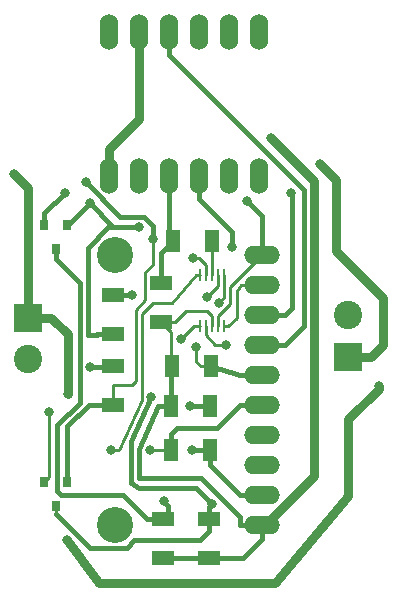
<source format=gbr>
G04 #@! TF.GenerationSoftware,KiCad,Pcbnew,(5.1.5-0-10_14)*
G04 #@! TF.CreationDate,2020-12-02T11:51:34+01:00*
G04 #@! TF.ProjectId,smartcitizen-adc-4-ch,736d6172-7463-4697-9469-7a656e2d6164,rev?*
G04 #@! TF.SameCoordinates,Original*
G04 #@! TF.FileFunction,Copper,L2,Bot*
G04 #@! TF.FilePolarity,Positive*
%FSLAX46Y46*%
G04 Gerber Fmt 4.6, Leading zero omitted, Abs format (unit mm)*
G04 Created by KiCad (PCBNEW (5.1.5-0-10_14)) date 2020-12-02 11:51:34*
%MOMM*%
%LPD*%
G04 APERTURE LIST*
%ADD10O,3.048000X1.524000*%
%ADD11C,3.048000*%
%ADD12C,2.400000*%
%ADD13R,2.400000X2.400000*%
%ADD14R,1.905000X1.270000*%
%ADD15R,1.270000X1.905000*%
%ADD16O,1.524000X3.048000*%
%ADD17R,0.250000X1.100000*%
%ADD18R,0.787400X0.889000*%
%ADD19C,0.800000*%
%ADD20C,0.800000*%
%ADD21C,0.250000*%
%ADD22C,0.400000*%
G04 APERTURE END LIST*
D10*
X162661600Y-104038400D03*
X162661600Y-101498400D03*
X162661600Y-98958400D03*
X162661600Y-96418400D03*
X162661600Y-93878400D03*
X162661600Y-91338400D03*
X162661600Y-88798400D03*
X162661600Y-86258400D03*
X162661600Y-83718400D03*
X162661600Y-81178400D03*
D11*
X150211600Y-104038400D03*
X150211600Y-81178400D03*
D12*
X169900000Y-86300000D03*
D13*
X169900000Y-89800000D03*
D12*
X142800000Y-90000000D03*
D13*
X142800000Y-86500000D03*
D14*
X154076400Y-83540600D03*
X154076400Y-86842600D03*
D15*
X158191200Y-93929200D03*
X154889200Y-93929200D03*
X155067000Y-80010000D03*
X158369000Y-80010000D03*
D16*
X162356800Y-62330000D03*
X159816800Y-62330000D03*
X157276800Y-62330000D03*
X154736800Y-62330000D03*
X152196800Y-62330000D03*
X149656800Y-62330000D03*
X149656800Y-74523600D03*
X152196800Y-74523600D03*
X154736800Y-74523600D03*
X157276800Y-74523600D03*
X159816800Y-74523600D03*
X162356800Y-74523600D03*
D17*
X157394400Y-87189200D03*
X157894400Y-87189200D03*
X158394400Y-87189200D03*
X158894400Y-87189200D03*
X159394400Y-87189200D03*
X159394400Y-82889200D03*
X158894400Y-82889200D03*
X158394400Y-82889200D03*
X157894400Y-82889200D03*
X157394400Y-82889200D03*
D14*
X150012400Y-84607400D03*
X150012400Y-87909400D03*
X150012400Y-93853000D03*
X150012400Y-90551000D03*
X154279600Y-103555800D03*
X154279600Y-106857800D03*
X158140400Y-106857800D03*
X158140400Y-103555800D03*
D15*
X158216600Y-97688400D03*
X154914600Y-97688400D03*
X155016200Y-90576400D03*
X158318200Y-90576400D03*
D18*
X145174600Y-80666000D03*
X146139800Y-78634000D03*
X144209400Y-78634000D03*
X144209400Y-100384000D03*
X146139800Y-100384000D03*
X145174600Y-102416000D03*
D19*
X172500000Y-92300000D03*
X146160000Y-105340000D03*
X163398959Y-71301041D03*
X145925000Y-75925000D03*
X144600000Y-94450000D03*
X151587200Y-84607400D03*
X148050000Y-90650000D03*
X153365200Y-79806800D03*
X147700000Y-75042840D03*
X152247600Y-78841600D03*
X148026041Y-76823959D03*
X156667200Y-97688400D03*
X167550000Y-73500000D03*
X141650000Y-74350000D03*
X146200000Y-92950000D03*
X158949192Y-85238392D03*
X165060000Y-75910000D03*
X157988000Y-84734400D03*
X160121600Y-80467200D03*
X161360000Y-76600000D03*
X155752800Y-88290400D03*
X153212800Y-93218000D03*
X158400000Y-102300000D03*
X159585713Y-88775487D03*
X154300000Y-102050000D03*
X149860000Y-97688400D03*
X153111200Y-97688400D03*
X157073600Y-89001600D03*
X156768800Y-81432400D03*
X156565600Y-93929200D03*
D20*
X148820000Y-108950000D02*
X163700000Y-108950000D01*
X146160000Y-105340000D02*
X148800000Y-108950000D01*
X169900000Y-95100000D02*
X172500000Y-92500000D01*
X169900000Y-101600000D02*
X169900000Y-95100000D01*
X172500000Y-92500000D02*
X172500000Y-92300000D01*
X163700000Y-108950000D02*
X169900000Y-101600000D01*
D21*
X156163900Y-85957600D02*
X155278900Y-86842600D01*
X158012802Y-85957600D02*
X156163900Y-85957600D01*
X158394401Y-86339199D02*
X158012802Y-85957600D01*
X155278900Y-86842600D02*
X154076400Y-86842600D01*
X158394400Y-87189200D02*
X158394401Y-86339199D01*
X154914600Y-87680800D02*
X154076400Y-86842600D01*
X154914600Y-90424000D02*
X154914600Y-87680800D01*
D22*
X161004200Y-106857800D02*
X158140400Y-106857800D01*
X158140400Y-106857800D02*
X154279600Y-106857800D01*
X162661600Y-104038400D02*
X162661600Y-105200400D01*
X162661600Y-105200400D02*
X161004200Y-106857800D01*
X154914600Y-90424000D02*
X154914600Y-93929200D01*
D20*
X167000010Y-99918873D02*
X167000010Y-74900010D01*
X162880483Y-104038400D02*
X167000010Y-99918873D01*
X162661600Y-104038400D02*
X162880483Y-104038400D01*
X167000010Y-74900010D02*
X163900000Y-71800000D01*
X163897918Y-71800000D02*
X163398959Y-71301041D01*
X163900000Y-71800000D02*
X163897918Y-71800000D01*
D22*
X153854200Y-93929200D02*
X154889200Y-93929200D01*
X152200000Y-97600000D02*
X153854200Y-93929200D01*
X152200000Y-100100000D02*
X152200000Y-97600000D01*
X160737600Y-103379598D02*
X157450000Y-100100000D01*
X160737600Y-104038400D02*
X160737600Y-103379598D01*
X157450000Y-100100000D02*
X152200000Y-100100000D01*
X162661600Y-104038400D02*
X160737600Y-104038400D01*
X144209400Y-77640600D02*
X145925000Y-75925000D01*
X144209400Y-78634000D02*
X144209400Y-77640600D01*
D21*
X144600000Y-99993400D02*
X144209400Y-100384000D01*
X144600000Y-94450000D02*
X144600000Y-99993400D01*
D22*
X150012400Y-84607400D02*
X151587200Y-84607400D01*
X149913400Y-90650000D02*
X150012400Y-90551000D01*
X148050000Y-90650000D02*
X149913400Y-90650000D01*
X153365200Y-78701198D02*
X153365200Y-79806800D01*
X152655601Y-77991599D02*
X153365200Y-78701198D01*
X150648759Y-77991599D02*
X152655601Y-77991599D01*
X147700000Y-75042840D02*
X150648759Y-77991599D01*
D21*
X153365200Y-82034800D02*
X153365200Y-79806800D01*
X152748899Y-85001101D02*
X152748899Y-82651101D01*
X151937789Y-85812211D02*
X152748899Y-85001101D01*
X152748899Y-82651101D02*
X153365200Y-82034800D01*
X150012400Y-93853000D02*
X150012400Y-92151200D01*
X151937789Y-91812211D02*
X151937789Y-85812211D01*
X151598800Y-92151200D02*
X151937789Y-91812211D01*
X150012400Y-92151200D02*
X151598800Y-92151200D01*
D22*
X146139800Y-95660200D02*
X147947000Y-93853000D01*
X147947000Y-93853000D02*
X150012400Y-93853000D01*
X146139800Y-100384000D02*
X146139800Y-95660200D01*
X147878800Y-87934800D02*
X147878800Y-80589678D01*
X150043682Y-78841600D02*
X148026041Y-76823959D01*
X152247600Y-78841600D02*
X150043682Y-78841600D01*
X149626878Y-78841600D02*
X152247600Y-78841600D01*
X147878800Y-80589678D02*
X149626878Y-78841600D01*
X146216000Y-78634000D02*
X148026041Y-76823959D01*
X146139800Y-78634000D02*
X146216000Y-78634000D01*
X148634500Y-87934800D02*
X147878800Y-87934800D01*
X148659900Y-87909400D02*
X148634500Y-87934800D01*
X150012400Y-87909400D02*
X148659900Y-87909400D01*
X154736800Y-79679800D02*
X155067000Y-80010000D01*
X154736800Y-74523600D02*
X154736800Y-79679800D01*
D21*
X158394400Y-80035400D02*
X158369000Y-80010000D01*
X158394400Y-82889200D02*
X158394400Y-80035400D01*
D22*
X154076400Y-81000600D02*
X155067000Y-80010000D01*
X154076400Y-83540600D02*
X154076400Y-81000600D01*
X158216600Y-98977400D02*
X158216600Y-97688400D01*
X160737600Y-101498400D02*
X158216600Y-98977400D01*
X162661600Y-101498400D02*
X160737600Y-101498400D01*
X158216600Y-97688400D02*
X156667200Y-97688400D01*
D20*
X152196800Y-69659600D02*
X152196800Y-62330000D01*
X149656800Y-72199600D02*
X152196800Y-69659600D01*
X149656800Y-74523600D02*
X149656800Y-72199600D01*
X142800000Y-86500000D02*
X142800000Y-75500000D01*
X142800000Y-75500000D02*
X141650000Y-74350000D01*
X171900000Y-89800000D02*
X169900000Y-89800000D01*
X172900000Y-84800000D02*
X172900000Y-88800000D01*
X168923970Y-80823970D02*
X172900000Y-84800000D01*
X172900000Y-88800000D02*
X171900000Y-89800000D01*
X168923970Y-74873970D02*
X168923970Y-80823970D01*
X167550000Y-73500000D02*
X168923970Y-74873970D01*
X144800000Y-86500000D02*
X142800000Y-86500000D01*
X146200000Y-92950000D02*
X146200000Y-87900000D01*
X146200000Y-87900000D02*
X144800000Y-86500000D01*
D21*
X159410400Y-84777184D02*
X158949192Y-85238392D01*
X159410400Y-82905200D02*
X159410400Y-84777184D01*
X159394400Y-82889200D02*
X159410400Y-82905200D01*
D22*
X164585600Y-86258400D02*
X165180000Y-85664000D01*
X162661600Y-86258400D02*
X164585600Y-86258400D01*
X165180000Y-76030000D02*
X165060000Y-75910000D01*
X165180000Y-85664000D02*
X165180000Y-76030000D01*
D21*
X158894400Y-83828000D02*
X157988000Y-84734400D01*
X158894400Y-82889200D02*
X158894400Y-83828000D01*
D22*
X166150000Y-87234000D02*
X166150000Y-75667200D01*
X154736800Y-64254000D02*
X154736800Y-62330000D01*
X166150000Y-75667200D02*
X154736800Y-64254000D01*
X164585600Y-88798400D02*
X166150000Y-87234000D01*
X162661600Y-88798400D02*
X164585600Y-88798400D01*
X157276800Y-76403200D02*
X157276800Y-74523600D01*
X160121600Y-79248000D02*
X157276800Y-76403200D01*
D21*
X160887600Y-83718400D02*
X162661600Y-83718400D01*
X160477200Y-84226400D02*
X160887600Y-83718400D01*
X160477200Y-86512400D02*
X160477200Y-84226400D01*
X159769400Y-87189200D02*
X160477200Y-86512400D01*
X159394400Y-87189200D02*
X159769400Y-87189200D01*
D22*
X160121600Y-79248000D02*
X160121600Y-80467200D01*
X152209500Y-74422000D02*
X152590500Y-74422000D01*
X163385500Y-81089500D02*
X162623500Y-81089500D01*
D21*
X158894400Y-86389200D02*
X158894400Y-87189200D01*
X159910410Y-85373190D02*
X158894400Y-86389200D01*
X159910410Y-83929590D02*
X159910410Y-85373190D01*
X162661600Y-81178400D02*
X159910410Y-83929590D01*
D22*
X162661600Y-81178400D02*
X162661600Y-77897990D01*
X162661600Y-77897990D02*
X161360000Y-76600000D01*
D21*
X157394400Y-87189200D02*
X156854000Y-87189200D01*
X156854000Y-87189200D02*
X155752800Y-88290400D01*
X145174600Y-103110500D02*
X145174600Y-102416000D01*
D22*
X151159121Y-106012401D02*
X148076501Y-106012401D01*
X148076501Y-106012401D02*
X145174600Y-103110500D01*
X151821522Y-105350000D02*
X151159121Y-106012401D01*
X157381200Y-105350000D02*
X151821522Y-105350000D01*
X158140400Y-104590800D02*
X157381200Y-105350000D01*
X158140400Y-103555800D02*
X158140400Y-104590800D01*
X158140400Y-102559600D02*
X158400000Y-102300000D01*
X158140400Y-103555800D02*
X158140400Y-102559600D01*
X157029210Y-100929210D02*
X158400000Y-102300000D01*
X152200000Y-100929210D02*
X157029210Y-100929210D01*
X151550000Y-100450000D02*
X152200000Y-100929210D01*
X151550000Y-96900000D02*
X151550000Y-100450000D01*
X153212800Y-93218000D02*
X151550000Y-96900000D01*
D21*
X158680687Y-88775487D02*
X159585713Y-88775487D01*
X157894400Y-87989200D02*
X158680687Y-88775487D01*
X157894400Y-87189200D02*
X157894400Y-87989200D01*
D22*
X154699999Y-102449999D02*
X154699999Y-103553157D01*
X154699999Y-103553157D02*
X154697356Y-103555800D01*
X154300000Y-102050000D02*
X154699999Y-102449999D01*
X150892799Y-101521499D02*
X152927100Y-103555800D01*
X145296099Y-101188501D02*
X145629097Y-101521499D01*
X145296099Y-95584649D02*
X145296099Y-101188501D01*
X147199999Y-93680749D02*
X145296099Y-95584649D01*
X147199999Y-83535899D02*
X147199999Y-93680749D01*
X145174600Y-81510500D02*
X147199999Y-83535899D01*
X152927100Y-103555800D02*
X154279600Y-103555800D01*
X145629097Y-101521499D02*
X150892799Y-101521499D01*
X145174600Y-80666000D02*
X145174600Y-81510500D01*
X160737600Y-93878400D02*
X158807200Y-95808800D01*
X162661600Y-93878400D02*
X160737600Y-93878400D01*
X154914600Y-96335900D02*
X154914600Y-97688400D01*
X155441700Y-95808800D02*
X154914600Y-96335900D01*
X158807200Y-95808800D02*
X155441700Y-95808800D01*
D21*
X153111200Y-97688400D02*
X154914600Y-97688400D01*
X150550000Y-97700000D02*
X149860000Y-97688400D01*
X152437799Y-86218699D02*
X152437799Y-93500000D01*
X155041600Y-85242400D02*
X153414098Y-85242400D01*
X153414098Y-85242400D02*
X152437799Y-86218699D01*
X152437799Y-93500000D02*
X150550000Y-97700000D01*
X157019400Y-82889200D02*
X155041600Y-85242400D01*
X157394400Y-82889200D02*
X157019400Y-82889200D01*
D22*
X160737600Y-91338400D02*
X158242000Y-90576400D01*
X162661600Y-91338400D02*
X160737600Y-91338400D01*
D21*
X156768800Y-81432400D02*
X157334485Y-81432400D01*
X157334485Y-81432400D02*
X157894400Y-81992315D01*
X157894400Y-81992315D02*
X157894400Y-82889200D01*
X158318200Y-90576400D02*
X157433200Y-90576400D01*
X157433200Y-90576400D02*
X157073600Y-90216800D01*
X157073600Y-90216800D02*
X157073600Y-89001600D01*
D22*
X158191200Y-93929200D02*
X156565600Y-93929200D01*
M02*

</source>
